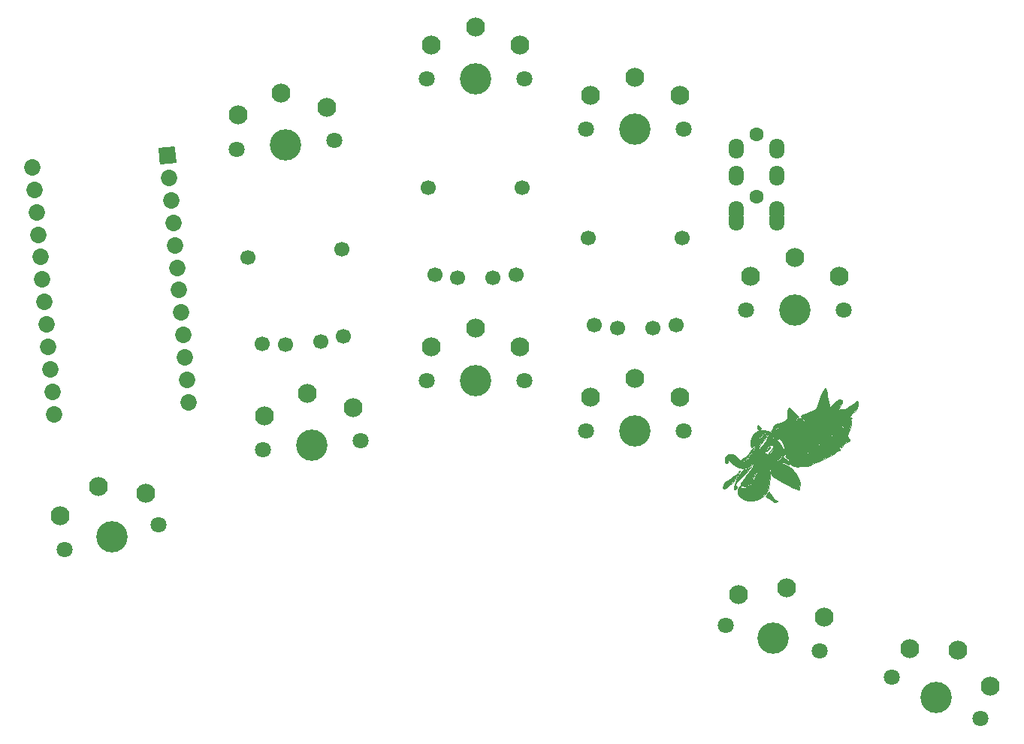
<source format=gbr>
%TF.GenerationSoftware,KiCad,Pcbnew,(5.1.10)-1*%
%TF.CreationDate,2021-07-20T22:45:32+02:00*%
%TF.ProjectId,metasepia_pfefferi_v2,6d657461-7365-4706-9961-5f7066656666,VERSION_HERE*%
%TF.SameCoordinates,Original*%
%TF.FileFunction,Soldermask,Top*%
%TF.FilePolarity,Negative*%
%FSLAX46Y46*%
G04 Gerber Fmt 4.6, Leading zero omitted, Abs format (unit mm)*
G04 Created by KiCad (PCBNEW (5.1.10)-1) date 2021-07-20 22:45:32*
%MOMM*%
%LPD*%
G01*
G04 APERTURE LIST*
%ADD10C,0.010000*%
%ADD11C,1.700000*%
%ADD12C,3.529000*%
%ADD13C,1.801800*%
%ADD14C,2.132000*%
%ADD15C,1.852600*%
%ADD16C,1.600000*%
%ADD17O,1.700000X2.300000*%
G04 APERTURE END LIST*
D10*
%TO.C,G\u002A\u002A\u002A*%
G36*
X108339673Y33387801D02*
G01*
X108452661Y33204518D01*
X108536949Y33062442D01*
X108783499Y32741954D01*
X109021993Y32589145D01*
X109235155Y32491804D01*
X109279976Y32411544D01*
X109156526Y32347799D01*
X109054693Y32325847D01*
X108857005Y32329754D01*
X108629501Y32423156D01*
X108361830Y32598445D01*
X108133052Y32771285D01*
X107970167Y32909026D01*
X107911430Y32976891D01*
X107947056Y33075380D01*
X108044391Y33227669D01*
X108161222Y33377229D01*
X108255336Y33467531D01*
X108281343Y33472250D01*
X108339673Y33387801D01*
G37*
X108339673Y33387801D02*
X108452661Y33204518D01*
X108536949Y33062442D01*
X108783499Y32741954D01*
X109021993Y32589145D01*
X109235155Y32491804D01*
X109279976Y32411544D01*
X109156526Y32347799D01*
X109054693Y32325847D01*
X108857005Y32329754D01*
X108629501Y32423156D01*
X108361830Y32598445D01*
X108133052Y32771285D01*
X107970167Y32909026D01*
X107911430Y32976891D01*
X107947056Y33075380D01*
X108044391Y33227669D01*
X108161222Y33377229D01*
X108255336Y33467531D01*
X108281343Y33472250D01*
X108339673Y33387801D01*
G36*
X107661184Y40445158D02*
G01*
X108130871Y40346802D01*
X108608647Y40094341D01*
X108911473Y39853928D01*
X109120701Y39657561D01*
X109264225Y39508356D01*
X109311349Y39438254D01*
X109311194Y39438007D01*
X109223029Y39443103D01*
X109038479Y39508769D01*
X108808400Y39611949D01*
X108583651Y39729589D01*
X108415088Y39838632D01*
X108399630Y39851248D01*
X108205610Y39940557D01*
X108048679Y39879984D01*
X107972719Y39702571D01*
X107902535Y39551941D01*
X107748741Y39350497D01*
X107656507Y39252420D01*
X107335510Y38833025D01*
X107162192Y38369281D01*
X107145944Y37889080D01*
X107163528Y37787994D01*
X107213224Y37559301D01*
X107234511Y37489835D01*
X107233022Y37572947D01*
X107221326Y37719765D01*
X107228620Y37862041D01*
X107781088Y37959456D01*
X107836510Y37805417D01*
X107891458Y37757926D01*
X108132972Y37678144D01*
X108393562Y37765025D01*
X108634305Y37973287D01*
X108803957Y38234051D01*
X108833795Y38476959D01*
X108721253Y38669905D01*
X108691826Y38692628D01*
X108483286Y38752288D01*
X108255251Y38648851D01*
X108066675Y38461360D01*
X107856270Y38171927D01*
X107781088Y37959456D01*
X107228620Y37862041D01*
X107244983Y38181154D01*
X107410272Y38578584D01*
X107705563Y38923739D01*
X107948307Y39196865D01*
X108056894Y39450466D01*
X108066584Y39523783D01*
X108123387Y39750137D01*
X108242892Y39820088D01*
X108416337Y39730747D01*
X108487128Y39662416D01*
X108647485Y39536213D01*
X108777200Y39498631D01*
X108969897Y39457658D01*
X109199857Y39302143D01*
X109427067Y39068221D01*
X109611515Y38792022D01*
X109651215Y38709359D01*
X109765738Y38474276D01*
X109867197Y38313523D01*
X109909064Y38274320D01*
X109975586Y38177022D01*
X110037473Y37976449D01*
X110050180Y37912590D01*
X110075149Y37696462D01*
X110035719Y37592448D01*
X109918223Y37550505D01*
X109712298Y37460997D01*
X109497046Y37289535D01*
X109317361Y37083168D01*
X109218139Y36888943D01*
X109212716Y36811178D01*
X109295607Y36765721D01*
X109491362Y36726202D01*
X109595118Y36714667D01*
X109879571Y36650448D01*
X110206185Y36494076D01*
X110567874Y36259573D01*
X110895114Y36015675D01*
X111124161Y35799770D01*
X111304660Y35557272D01*
X111466343Y35271728D01*
X111621685Y34962328D01*
X111708360Y34734974D01*
X111743210Y34525556D01*
X111743074Y34269963D01*
X111741160Y34225499D01*
X111718455Y33952991D01*
X111682868Y33753599D01*
X111653817Y33686023D01*
X111558025Y33701400D01*
X111343090Y33785646D01*
X111037236Y33924223D01*
X110668685Y34102590D01*
X110265663Y34306210D01*
X109856393Y34520543D01*
X109469098Y34731050D01*
X109132001Y34923193D01*
X108873326Y35082431D01*
X108721297Y35194225D01*
X108715732Y35199550D01*
X108569500Y35384593D01*
X108485726Y35618023D01*
X108447144Y35867284D01*
X108411974Y36109330D01*
X108374522Y36256843D01*
X108351742Y36280318D01*
X108337620Y36182534D01*
X108341907Y35961866D01*
X108363530Y35663638D01*
X108367240Y35624772D01*
X108381679Y35053937D01*
X108324985Y34466297D01*
X108206452Y33922844D01*
X108043499Y33500075D01*
X107748628Y33098011D01*
X107343755Y32779057D01*
X106868380Y32558294D01*
X106361998Y32450800D01*
X105864104Y32471655D01*
X105573556Y32557073D01*
X105232738Y32714264D01*
X105014902Y32866739D01*
X104879054Y33052032D01*
X104795568Y33269439D01*
X104754381Y33612092D01*
X104825198Y33884100D01*
X104926534Y34062802D01*
X105028834Y34149090D01*
X105097161Y34128087D01*
X105099966Y34001115D01*
X105137886Y33895356D01*
X105284093Y33865140D01*
X105501438Y33899281D01*
X105752769Y33986592D01*
X106000939Y34115889D01*
X106208796Y34275984D01*
X106280377Y34356538D01*
X106392782Y34531121D01*
X106535381Y34787660D01*
X106686973Y35082969D01*
X106826358Y35373859D01*
X106932336Y35617144D01*
X106983707Y35769637D01*
X106985147Y35792228D01*
X106938944Y35801139D01*
X106842996Y35692567D01*
X106719159Y35502478D01*
X106589295Y35266841D01*
X106475260Y35021620D01*
X106412155Y34849428D01*
X106248991Y34496105D01*
X106019687Y34231216D01*
X105754254Y34071394D01*
X105482705Y34033265D01*
X105235047Y34133461D01*
X105190235Y34172322D01*
X105122710Y34244307D01*
X105093681Y34317047D01*
X105115132Y34415586D01*
X105199054Y34564965D01*
X105357433Y34790226D01*
X105602256Y35116411D01*
X105710194Y35258540D01*
X106035809Y35697039D01*
X106267393Y36037921D01*
X106421341Y36311942D01*
X106514049Y36549856D01*
X106561914Y36782419D01*
X106571640Y36874440D01*
X106580699Y37014489D01*
X106562422Y37007808D01*
X106502501Y36847978D01*
X106500565Y36842575D01*
X106345903Y36570067D01*
X106081798Y36353733D01*
X105795565Y36211664D01*
X105387973Y36115939D01*
X104965181Y36171229D01*
X104517209Y36381025D01*
X104034071Y36748820D01*
X103896006Y36875946D01*
X103745760Y37012821D01*
X103677788Y37035274D01*
X103651902Y36945832D01*
X103645690Y36891683D01*
X103573373Y36731602D01*
X103445214Y36698329D01*
X103321227Y36795172D01*
X103285991Y36871850D01*
X103274471Y37164788D01*
X103412897Y37460407D01*
X103535628Y37598155D01*
X103690275Y37711729D01*
X103867542Y37746036D01*
X104063975Y37732005D01*
X104280376Y37683694D01*
X104472192Y37574560D01*
X104688903Y37372167D01*
X104802442Y37247966D01*
X105057822Y36985775D01*
X105261074Y36859411D01*
X105454147Y36863906D01*
X105678990Y36994293D01*
X105839856Y37125106D01*
X106012283Y37292750D01*
X106180754Y37505837D01*
X106367140Y37796604D01*
X106593314Y38197291D01*
X106692862Y38382488D01*
X106725339Y38544407D01*
X106665786Y38653119D01*
X106557633Y38666692D01*
X106473948Y38593863D01*
X106360785Y38479677D01*
X106277274Y38517809D01*
X106212816Y38715794D01*
X106198731Y38789485D01*
X106196486Y38967406D01*
X106855209Y39083556D01*
X106866080Y39078768D01*
X106961002Y39144570D01*
X107110274Y39297136D01*
X107161049Y39356223D01*
X107366986Y39565439D01*
X107635633Y39791464D01*
X107767464Y39888062D01*
X107956413Y40027670D01*
X108051521Y40117744D01*
X108042940Y40137964D01*
X107895196Y40071455D01*
X107671878Y39919911D01*
X107417128Y39718050D01*
X107175089Y39500593D01*
X107007293Y39323452D01*
X106890338Y39167213D01*
X106855209Y39083556D01*
X106196486Y38967406D01*
X106192714Y39266628D01*
X106340089Y39694324D01*
X106627271Y40051270D01*
X107040674Y40316169D01*
X107215949Y40384289D01*
X107661184Y40445158D01*
G37*
X107661184Y40445158D02*
X108130871Y40346802D01*
X108608647Y40094341D01*
X108911473Y39853928D01*
X109120701Y39657561D01*
X109264225Y39508356D01*
X109311349Y39438254D01*
X109311194Y39438007D01*
X109223029Y39443103D01*
X109038479Y39508769D01*
X108808400Y39611949D01*
X108583651Y39729589D01*
X108415088Y39838632D01*
X108399630Y39851248D01*
X108205610Y39940557D01*
X108048679Y39879984D01*
X107972719Y39702571D01*
X107902535Y39551941D01*
X107748741Y39350497D01*
X107656507Y39252420D01*
X107335510Y38833025D01*
X107162192Y38369281D01*
X107145944Y37889080D01*
X107163528Y37787994D01*
X107213224Y37559301D01*
X107234511Y37489835D01*
X107233022Y37572947D01*
X107221326Y37719765D01*
X107228620Y37862041D01*
X107781088Y37959456D01*
X107836510Y37805417D01*
X107891458Y37757926D01*
X108132972Y37678144D01*
X108393562Y37765025D01*
X108634305Y37973287D01*
X108803957Y38234051D01*
X108833795Y38476959D01*
X108721253Y38669905D01*
X108691826Y38692628D01*
X108483286Y38752288D01*
X108255251Y38648851D01*
X108066675Y38461360D01*
X107856270Y38171927D01*
X107781088Y37959456D01*
X107228620Y37862041D01*
X107244983Y38181154D01*
X107410272Y38578584D01*
X107705563Y38923739D01*
X107948307Y39196865D01*
X108056894Y39450466D01*
X108066584Y39523783D01*
X108123387Y39750137D01*
X108242892Y39820088D01*
X108416337Y39730747D01*
X108487128Y39662416D01*
X108647485Y39536213D01*
X108777200Y39498631D01*
X108969897Y39457658D01*
X109199857Y39302143D01*
X109427067Y39068221D01*
X109611515Y38792022D01*
X109651215Y38709359D01*
X109765738Y38474276D01*
X109867197Y38313523D01*
X109909064Y38274320D01*
X109975586Y38177022D01*
X110037473Y37976449D01*
X110050180Y37912590D01*
X110075149Y37696462D01*
X110035719Y37592448D01*
X109918223Y37550505D01*
X109712298Y37460997D01*
X109497046Y37289535D01*
X109317361Y37083168D01*
X109218139Y36888943D01*
X109212716Y36811178D01*
X109295607Y36765721D01*
X109491362Y36726202D01*
X109595118Y36714667D01*
X109879571Y36650448D01*
X110206185Y36494076D01*
X110567874Y36259573D01*
X110895114Y36015675D01*
X111124161Y35799770D01*
X111304660Y35557272D01*
X111466343Y35271728D01*
X111621685Y34962328D01*
X111708360Y34734974D01*
X111743210Y34525556D01*
X111743074Y34269963D01*
X111741160Y34225499D01*
X111718455Y33952991D01*
X111682868Y33753599D01*
X111653817Y33686023D01*
X111558025Y33701400D01*
X111343090Y33785646D01*
X111037236Y33924223D01*
X110668685Y34102590D01*
X110265663Y34306210D01*
X109856393Y34520543D01*
X109469098Y34731050D01*
X109132001Y34923193D01*
X108873326Y35082431D01*
X108721297Y35194225D01*
X108715732Y35199550D01*
X108569500Y35384593D01*
X108485726Y35618023D01*
X108447144Y35867284D01*
X108411974Y36109330D01*
X108374522Y36256843D01*
X108351742Y36280318D01*
X108337620Y36182534D01*
X108341907Y35961866D01*
X108363530Y35663638D01*
X108367240Y35624772D01*
X108381679Y35053937D01*
X108324985Y34466297D01*
X108206452Y33922844D01*
X108043499Y33500075D01*
X107748628Y33098011D01*
X107343755Y32779057D01*
X106868380Y32558294D01*
X106361998Y32450800D01*
X105864104Y32471655D01*
X105573556Y32557073D01*
X105232738Y32714264D01*
X105014902Y32866739D01*
X104879054Y33052032D01*
X104795568Y33269439D01*
X104754381Y33612092D01*
X104825198Y33884100D01*
X104926534Y34062802D01*
X105028834Y34149090D01*
X105097161Y34128087D01*
X105099966Y34001115D01*
X105137886Y33895356D01*
X105284093Y33865140D01*
X105501438Y33899281D01*
X105752769Y33986592D01*
X106000939Y34115889D01*
X106208796Y34275984D01*
X106280377Y34356538D01*
X106392782Y34531121D01*
X106535381Y34787660D01*
X106686973Y35082969D01*
X106826358Y35373859D01*
X106932336Y35617144D01*
X106983707Y35769637D01*
X106985147Y35792228D01*
X106938944Y35801139D01*
X106842996Y35692567D01*
X106719159Y35502478D01*
X106589295Y35266841D01*
X106475260Y35021620D01*
X106412155Y34849428D01*
X106248991Y34496105D01*
X106019687Y34231216D01*
X105754254Y34071394D01*
X105482705Y34033265D01*
X105235047Y34133461D01*
X105190235Y34172322D01*
X105122710Y34244307D01*
X105093681Y34317047D01*
X105115132Y34415586D01*
X105199054Y34564965D01*
X105357433Y34790226D01*
X105602256Y35116411D01*
X105710194Y35258540D01*
X106035809Y35697039D01*
X106267393Y36037921D01*
X106421341Y36311942D01*
X106514049Y36549856D01*
X106561914Y36782419D01*
X106571640Y36874440D01*
X106580699Y37014489D01*
X106562422Y37007808D01*
X106502501Y36847978D01*
X106500565Y36842575D01*
X106345903Y36570067D01*
X106081798Y36353733D01*
X105795565Y36211664D01*
X105387973Y36115939D01*
X104965181Y36171229D01*
X104517209Y36381025D01*
X104034071Y36748820D01*
X103896006Y36875946D01*
X103745760Y37012821D01*
X103677788Y37035274D01*
X103651902Y36945832D01*
X103645690Y36891683D01*
X103573373Y36731602D01*
X103445214Y36698329D01*
X103321227Y36795172D01*
X103285991Y36871850D01*
X103274471Y37164788D01*
X103412897Y37460407D01*
X103535628Y37598155D01*
X103690275Y37711729D01*
X103867542Y37746036D01*
X104063975Y37732005D01*
X104280376Y37683694D01*
X104472192Y37574560D01*
X104688903Y37372167D01*
X104802442Y37247966D01*
X105057822Y36985775D01*
X105261074Y36859411D01*
X105454147Y36863906D01*
X105678990Y36994293D01*
X105839856Y37125106D01*
X106012283Y37292750D01*
X106180754Y37505837D01*
X106367140Y37796604D01*
X106593314Y38197291D01*
X106692862Y38382488D01*
X106725339Y38544407D01*
X106665786Y38653119D01*
X106557633Y38666692D01*
X106473948Y38593863D01*
X106360785Y38479677D01*
X106277274Y38517809D01*
X106212816Y38715794D01*
X106198731Y38789485D01*
X106196486Y38967406D01*
X106855209Y39083556D01*
X106866080Y39078768D01*
X106961002Y39144570D01*
X107110274Y39297136D01*
X107161049Y39356223D01*
X107366986Y39565439D01*
X107635633Y39791464D01*
X107767464Y39888062D01*
X107956413Y40027670D01*
X108051521Y40117744D01*
X108042940Y40137964D01*
X107895196Y40071455D01*
X107671878Y39919911D01*
X107417128Y39718050D01*
X107175089Y39500593D01*
X107007293Y39323452D01*
X106890338Y39167213D01*
X106855209Y39083556D01*
X106196486Y38967406D01*
X106192714Y39266628D01*
X106340089Y39694324D01*
X106627271Y40051270D01*
X107040674Y40316169D01*
X107215949Y40384289D01*
X107661184Y40445158D01*
G36*
X106204922Y36182634D02*
G01*
X106061772Y36008538D01*
X105827512Y35756189D01*
X105513041Y35438011D01*
X105190021Y35124323D01*
X104843388Y34780114D01*
X104621311Y34527035D01*
X104514064Y34353053D01*
X104501870Y34273158D01*
X104561988Y34144638D01*
X104617412Y34122618D01*
X104668424Y34079857D01*
X104644899Y33957931D01*
X104568654Y33816928D01*
X104472312Y33722968D01*
X104361271Y33714848D01*
X104331481Y33776755D01*
X104347790Y34072602D01*
X104476804Y34473737D01*
X104712771Y34964443D01*
X104861735Y35226171D01*
X105063627Y35555616D01*
X105217313Y35769862D01*
X105355331Y35902556D01*
X105510213Y35987342D01*
X105644535Y36035700D01*
X105907747Y36129438D01*
X106122941Y36219982D01*
X106174300Y36246369D01*
X106246065Y36266051D01*
X106204922Y36182634D01*
G37*
X106204922Y36182634D02*
X106061772Y36008538D01*
X105827512Y35756189D01*
X105513041Y35438011D01*
X105190021Y35124323D01*
X104843388Y34780114D01*
X104621311Y34527035D01*
X104514064Y34353053D01*
X104501870Y34273158D01*
X104561988Y34144638D01*
X104617412Y34122618D01*
X104668424Y34079857D01*
X104644899Y33957931D01*
X104568654Y33816928D01*
X104472312Y33722968D01*
X104361271Y33714848D01*
X104331481Y33776755D01*
X104347790Y34072602D01*
X104476804Y34473737D01*
X104712771Y34964443D01*
X104861735Y35226171D01*
X105063627Y35555616D01*
X105217313Y35769862D01*
X105355331Y35902556D01*
X105510213Y35987342D01*
X105644535Y36035700D01*
X105907747Y36129438D01*
X106122941Y36219982D01*
X106174300Y36246369D01*
X106246065Y36266051D01*
X106204922Y36182634D01*
G36*
X104974435Y35746835D02*
G01*
X104865196Y35538836D01*
X104746451Y35323952D01*
X104453090Y34859645D01*
X104126780Y34485973D01*
X103851792Y34243089D01*
X103574417Y34018480D01*
X103398496Y33883074D01*
X103294210Y33819114D01*
X103231740Y33808836D01*
X103181268Y33834483D01*
X103174119Y33839469D01*
X103095857Y33985052D01*
X103110538Y34200031D01*
X103197482Y34428245D01*
X103336016Y34613530D01*
X103490023Y34697584D01*
X103657223Y34769536D01*
X103908449Y34926089D01*
X104202985Y35137330D01*
X104500117Y35373349D01*
X104759129Y35604230D01*
X104852363Y35698444D01*
X104963837Y35811856D01*
X105005922Y35832913D01*
X104974435Y35746835D01*
G37*
X104974435Y35746835D02*
X104865196Y35538836D01*
X104746451Y35323952D01*
X104453090Y34859645D01*
X104126780Y34485973D01*
X103851792Y34243089D01*
X103574417Y34018480D01*
X103398496Y33883074D01*
X103294210Y33819114D01*
X103231740Y33808836D01*
X103181268Y33834483D01*
X103174119Y33839469D01*
X103095857Y33985052D01*
X103110538Y34200031D01*
X103197482Y34428245D01*
X103336016Y34613530D01*
X103490023Y34697584D01*
X103657223Y34769536D01*
X103908449Y34926089D01*
X104202985Y35137330D01*
X104500117Y35373349D01*
X104759129Y35604230D01*
X104852363Y35698444D01*
X104963837Y35811856D01*
X105005922Y35832913D01*
X104974435Y35746835D01*
G36*
X114681471Y45102010D02*
G01*
X114738253Y44893989D01*
X114802153Y44583424D01*
X114858900Y44246336D01*
X114923860Y43856549D01*
X114989259Y43522906D01*
X115046783Y43284713D01*
X115082906Y43187194D01*
X115087631Y43089181D01*
X114988661Y42935565D01*
X114772350Y42707495D01*
X114654955Y42595898D01*
X114328179Y42290472D01*
X114113837Y42087967D01*
X114000434Y41975916D01*
X113976472Y41941854D01*
X114030454Y41973312D01*
X114150882Y42057825D01*
X114173836Y42074215D01*
X114351471Y42220610D01*
X114609832Y42458261D01*
X114914365Y42754391D01*
X115230514Y43076228D01*
X115232806Y43078619D01*
X115615323Y43462837D01*
X115911289Y43721743D01*
X116137064Y43864498D01*
X116309005Y43900263D01*
X116443471Y43838202D01*
X116493193Y43784551D01*
X116536345Y43695681D01*
X116524406Y43578022D01*
X116445358Y43400339D01*
X116287183Y43131397D01*
X116171012Y42947214D01*
X115984299Y42636140D01*
X115844021Y42366694D01*
X115769178Y42177360D01*
X115762925Y42120688D01*
X115792792Y42034611D01*
X115818787Y42114604D01*
X115819022Y42115860D01*
X115871412Y42284736D01*
X115961811Y42502047D01*
X116049392Y42656063D01*
X116163123Y42735067D01*
X116361439Y42769402D01*
X116493967Y42778371D01*
X116809348Y42821210D01*
X117017202Y42918486D01*
X117078076Y42971712D01*
X117261626Y43109465D01*
X117409601Y43170077D01*
X117567714Y43240009D01*
X117783918Y43384731D01*
X117890976Y43470366D01*
X118083910Y43615051D01*
X118224626Y43685264D01*
X118264665Y43681521D01*
X118292504Y43566044D01*
X118296977Y43350165D01*
X118292281Y43264688D01*
X118238799Y42997485D01*
X118100162Y42758127D01*
X117926492Y42563998D01*
X117727704Y42353828D01*
X117576127Y42178369D01*
X117521667Y42103182D01*
X117395340Y41985453D01*
X117254147Y41913851D01*
X117144392Y41868693D01*
X117184196Y41860822D01*
X117325074Y41877288D01*
X117540259Y41879042D01*
X117601750Y41816739D01*
X117505575Y41705416D01*
X117389824Y41631962D01*
X117210240Y41517654D01*
X117172991Y41462394D01*
X117279239Y41477583D01*
X117377591Y41511734D01*
X117528337Y41550545D01*
X117572363Y41488826D01*
X117568728Y41426048D01*
X117549083Y41215679D01*
X117534670Y41013600D01*
X117476626Y40763635D01*
X117362981Y40523645D01*
X117200513Y40164701D01*
X117158850Y39807188D01*
X117243709Y39502397D01*
X117248286Y39494575D01*
X117350844Y39312563D01*
X117356911Y39227084D01*
X117255698Y39188633D01*
X117178576Y39174592D01*
X116993189Y39080451D01*
X116774740Y38878590D01*
X116686692Y38773539D01*
X116491296Y38553033D01*
X116349824Y38479995D01*
X116239398Y38550975D01*
X116163968Y38694785D01*
X116143707Y38721623D01*
X116167224Y38610737D01*
X116196788Y38501787D01*
X116296706Y38148674D01*
X116021851Y38234515D01*
X115802469Y38287359D01*
X115645021Y38298525D01*
X115639293Y38297488D01*
X115635356Y38266759D01*
X115765004Y38220763D01*
X115799622Y38212290D01*
X116067654Y38149959D01*
X115883604Y37979791D01*
X115665084Y37815299D01*
X115333049Y37609432D01*
X114930728Y37384886D01*
X114501350Y37164354D01*
X114088144Y36970530D01*
X113734340Y36826109D01*
X113602435Y36782216D01*
X113292493Y36677835D01*
X113024601Y36565843D01*
X112880904Y36486034D01*
X112628902Y36380349D01*
X112471103Y36372253D01*
X112258192Y36373837D01*
X111966191Y36349452D01*
X111815368Y36328943D01*
X111492168Y36305176D01*
X111179746Y36324155D01*
X111069863Y36346264D01*
X110849530Y36435713D01*
X110722839Y36586684D01*
X110657696Y36756031D01*
X110625492Y36814930D01*
X113595759Y37338668D01*
X113624587Y37298766D01*
X113681482Y37246875D01*
X113877746Y37147178D01*
X114047152Y37185608D01*
X114141485Y37347367D01*
X114146867Y37389725D01*
X114135573Y37593254D01*
X114099904Y37703843D01*
X114066284Y37707365D01*
X114070999Y37577581D01*
X114071957Y37570947D01*
X114048781Y37351186D01*
X113921728Y37244542D01*
X113722848Y37276104D01*
X113706195Y37284601D01*
X113595759Y37338668D01*
X110625492Y36814930D01*
X110472139Y37095395D01*
X110281447Y37280253D01*
X110171965Y37374727D01*
X112454471Y37777194D01*
X112481222Y37747198D01*
X112486438Y37748016D01*
X112658873Y37822872D01*
X112720478Y37869315D01*
X112799824Y37967458D01*
X112761495Y37989360D01*
X112639336Y37934382D01*
X112550457Y37872524D01*
X112454471Y37777194D01*
X110171965Y37374727D01*
X110134519Y37407039D01*
X110091096Y37486912D01*
X110107224Y37497859D01*
X110152909Y37584097D01*
X110149747Y37791273D01*
X110125300Y37946928D01*
X113728990Y38582356D01*
X113769216Y38580217D01*
X113889159Y38654575D01*
X113938908Y38720904D01*
X113962488Y38850186D01*
X113866561Y38935330D01*
X113728075Y38976959D01*
X113675574Y38956047D01*
X113694426Y38908495D01*
X113728725Y38910182D01*
X113823234Y38867313D01*
X113844343Y38748713D01*
X113779661Y38636608D01*
X113770849Y38630656D01*
X113728990Y38582356D01*
X110125300Y37946928D01*
X110104349Y38080332D01*
X110023331Y38412219D01*
X109992603Y38505960D01*
X114908106Y39372696D01*
X115191667Y39606191D01*
X115362255Y39764478D01*
X115406620Y39868030D01*
X115359008Y39938284D01*
X115211626Y40014640D01*
X115148997Y40019025D01*
X115131315Y39979687D01*
X115194552Y39942270D01*
X115267978Y39883155D01*
X115238048Y39781752D01*
X115121001Y39628032D01*
X114908106Y39372696D01*
X109992603Y38505960D01*
X109913304Y38747877D01*
X109882011Y38827878D01*
X109823530Y38936710D01*
X114651990Y39788098D01*
X114707691Y39777941D01*
X114878744Y39848699D01*
X114944388Y39898291D01*
X114998850Y39972366D01*
X114936836Y39969571D01*
X114789798Y39895453D01*
X114735937Y39861536D01*
X114651990Y39788098D01*
X109823530Y38936710D01*
X109726347Y39117561D01*
X109625393Y39243248D01*
X116335218Y40426371D01*
X116445068Y40502400D01*
X116592702Y40637123D01*
X116653169Y40725506D01*
X116623442Y40833230D01*
X116492280Y40909092D01*
X116355277Y40916893D01*
X116352117Y40881663D01*
X116435697Y40840739D01*
X116540631Y40786712D01*
X116532091Y40707050D01*
X116438497Y40581074D01*
X116332822Y40446448D01*
X116335218Y40426371D01*
X109625393Y39243248D01*
X109477902Y39426871D01*
X109114754Y39784734D01*
X108511414Y40338000D01*
X108527846Y40368417D01*
X109045240Y40459647D01*
X109128228Y40523693D01*
X109201121Y40597164D01*
X109376768Y40752585D01*
X109519597Y40793079D01*
X109615874Y40772703D01*
X109790443Y40730061D01*
X109870746Y40726569D01*
X109849399Y40759380D01*
X109707304Y40818926D01*
X109686665Y40825953D01*
X109424909Y40853269D01*
X109212267Y40731259D01*
X109066359Y40526566D01*
X109045240Y40459647D01*
X108527846Y40368417D01*
X108701518Y40689888D01*
X108849804Y40920605D01*
X109022568Y41059295D01*
X109290333Y41161790D01*
X109302106Y41165352D01*
X109632812Y41292564D01*
X109963155Y41461175D01*
X110052872Y41517261D01*
X110258312Y41668999D01*
X110355131Y41807306D01*
X110379346Y42003882D01*
X110374960Y42158431D01*
X110376853Y42554808D01*
X110419299Y42834673D01*
X110498301Y42976195D01*
X110526961Y42988155D01*
X110635009Y42940652D01*
X110782136Y42805546D01*
X110788860Y42797910D01*
X110956461Y42612037D01*
X111173996Y42378628D01*
X111271782Y42275881D01*
X111576050Y41958775D01*
X111449628Y41722886D01*
X111351937Y41462073D01*
X111312586Y41232291D01*
X111247472Y40983544D01*
X111118256Y40772199D01*
X111016682Y40638904D01*
X111008099Y40580916D01*
X111016248Y40581219D01*
X111142778Y40677969D01*
X111163877Y40713776D01*
X116811609Y41709624D01*
X116895922Y41710723D01*
X117001364Y41745123D01*
X116997636Y41773813D01*
X116882531Y41774040D01*
X116836663Y41752217D01*
X116811609Y41709624D01*
X111163877Y40713776D01*
X111271183Y40895883D01*
X111377825Y41188726D01*
X111419590Y41370210D01*
X111515708Y41667060D01*
X111662442Y41806142D01*
X111850061Y41784055D01*
X112068833Y41597398D01*
X112069024Y41597173D01*
X112247796Y41424084D01*
X112411755Y41321423D01*
X112442121Y41312956D01*
X112541003Y41304270D01*
X112486847Y41347636D01*
X112446554Y41370539D01*
X112299753Y41486119D01*
X112116308Y41671907D01*
X112068032Y41727292D01*
X111835849Y42002172D01*
X112089682Y42182466D01*
X112337569Y42311758D01*
X112643777Y42412661D01*
X112731112Y42431105D01*
X113094069Y42530660D01*
X113381821Y42701566D01*
X113614534Y42967633D01*
X113812375Y43352668D01*
X113995512Y43880479D01*
X114015290Y43947132D01*
X114159417Y44378825D01*
X114315237Y44744577D01*
X114467659Y45014710D01*
X114601591Y45159543D01*
X114639523Y45174848D01*
X114681471Y45102010D01*
G37*
X114681471Y45102010D02*
X114738253Y44893989D01*
X114802153Y44583424D01*
X114858900Y44246336D01*
X114923860Y43856549D01*
X114989259Y43522906D01*
X115046783Y43284713D01*
X115082906Y43187194D01*
X115087631Y43089181D01*
X114988661Y42935565D01*
X114772350Y42707495D01*
X114654955Y42595898D01*
X114328179Y42290472D01*
X114113837Y42087967D01*
X114000434Y41975916D01*
X113976472Y41941854D01*
X114030454Y41973312D01*
X114150882Y42057825D01*
X114173836Y42074215D01*
X114351471Y42220610D01*
X114609832Y42458261D01*
X114914365Y42754391D01*
X115230514Y43076228D01*
X115232806Y43078619D01*
X115615323Y43462837D01*
X115911289Y43721743D01*
X116137064Y43864498D01*
X116309005Y43900263D01*
X116443471Y43838202D01*
X116493193Y43784551D01*
X116536345Y43695681D01*
X116524406Y43578022D01*
X116445358Y43400339D01*
X116287183Y43131397D01*
X116171012Y42947214D01*
X115984299Y42636140D01*
X115844021Y42366694D01*
X115769178Y42177360D01*
X115762925Y42120688D01*
X115792792Y42034611D01*
X115818787Y42114604D01*
X115819022Y42115860D01*
X115871412Y42284736D01*
X115961811Y42502047D01*
X116049392Y42656063D01*
X116163123Y42735067D01*
X116361439Y42769402D01*
X116493967Y42778371D01*
X116809348Y42821210D01*
X117017202Y42918486D01*
X117078076Y42971712D01*
X117261626Y43109465D01*
X117409601Y43170077D01*
X117567714Y43240009D01*
X117783918Y43384731D01*
X117890976Y43470366D01*
X118083910Y43615051D01*
X118224626Y43685264D01*
X118264665Y43681521D01*
X118292504Y43566044D01*
X118296977Y43350165D01*
X118292281Y43264688D01*
X118238799Y42997485D01*
X118100162Y42758127D01*
X117926492Y42563998D01*
X117727704Y42353828D01*
X117576127Y42178369D01*
X117521667Y42103182D01*
X117395340Y41985453D01*
X117254147Y41913851D01*
X117144392Y41868693D01*
X117184196Y41860822D01*
X117325074Y41877288D01*
X117540259Y41879042D01*
X117601750Y41816739D01*
X117505575Y41705416D01*
X117389824Y41631962D01*
X117210240Y41517654D01*
X117172991Y41462394D01*
X117279239Y41477583D01*
X117377591Y41511734D01*
X117528337Y41550545D01*
X117572363Y41488826D01*
X117568728Y41426048D01*
X117549083Y41215679D01*
X117534670Y41013600D01*
X117476626Y40763635D01*
X117362981Y40523645D01*
X117200513Y40164701D01*
X117158850Y39807188D01*
X117243709Y39502397D01*
X117248286Y39494575D01*
X117350844Y39312563D01*
X117356911Y39227084D01*
X117255698Y39188633D01*
X117178576Y39174592D01*
X116993189Y39080451D01*
X116774740Y38878590D01*
X116686692Y38773539D01*
X116491296Y38553033D01*
X116349824Y38479995D01*
X116239398Y38550975D01*
X116163968Y38694785D01*
X116143707Y38721623D01*
X116167224Y38610737D01*
X116196788Y38501787D01*
X116296706Y38148674D01*
X116021851Y38234515D01*
X115802469Y38287359D01*
X115645021Y38298525D01*
X115639293Y38297488D01*
X115635356Y38266759D01*
X115765004Y38220763D01*
X115799622Y38212290D01*
X116067654Y38149959D01*
X115883604Y37979791D01*
X115665084Y37815299D01*
X115333049Y37609432D01*
X114930728Y37384886D01*
X114501350Y37164354D01*
X114088144Y36970530D01*
X113734340Y36826109D01*
X113602435Y36782216D01*
X113292493Y36677835D01*
X113024601Y36565843D01*
X112880904Y36486034D01*
X112628902Y36380349D01*
X112471103Y36372253D01*
X112258192Y36373837D01*
X111966191Y36349452D01*
X111815368Y36328943D01*
X111492168Y36305176D01*
X111179746Y36324155D01*
X111069863Y36346264D01*
X110849530Y36435713D01*
X110722839Y36586684D01*
X110657696Y36756031D01*
X110625492Y36814930D01*
X113595759Y37338668D01*
X113624587Y37298766D01*
X113681482Y37246875D01*
X113877746Y37147178D01*
X114047152Y37185608D01*
X114141485Y37347367D01*
X114146867Y37389725D01*
X114135573Y37593254D01*
X114099904Y37703843D01*
X114066284Y37707365D01*
X114070999Y37577581D01*
X114071957Y37570947D01*
X114048781Y37351186D01*
X113921728Y37244542D01*
X113722848Y37276104D01*
X113706195Y37284601D01*
X113595759Y37338668D01*
X110625492Y36814930D01*
X110472139Y37095395D01*
X110281447Y37280253D01*
X110171965Y37374727D01*
X112454471Y37777194D01*
X112481222Y37747198D01*
X112486438Y37748016D01*
X112658873Y37822872D01*
X112720478Y37869315D01*
X112799824Y37967458D01*
X112761495Y37989360D01*
X112639336Y37934382D01*
X112550457Y37872524D01*
X112454471Y37777194D01*
X110171965Y37374727D01*
X110134519Y37407039D01*
X110091096Y37486912D01*
X110107224Y37497859D01*
X110152909Y37584097D01*
X110149747Y37791273D01*
X110125300Y37946928D01*
X113728990Y38582356D01*
X113769216Y38580217D01*
X113889159Y38654575D01*
X113938908Y38720904D01*
X113962488Y38850186D01*
X113866561Y38935330D01*
X113728075Y38976959D01*
X113675574Y38956047D01*
X113694426Y38908495D01*
X113728725Y38910182D01*
X113823234Y38867313D01*
X113844343Y38748713D01*
X113779661Y38636608D01*
X113770849Y38630656D01*
X113728990Y38582356D01*
X110125300Y37946928D01*
X110104349Y38080332D01*
X110023331Y38412219D01*
X109992603Y38505960D01*
X114908106Y39372696D01*
X115191667Y39606191D01*
X115362255Y39764478D01*
X115406620Y39868030D01*
X115359008Y39938284D01*
X115211626Y40014640D01*
X115148997Y40019025D01*
X115131315Y39979687D01*
X115194552Y39942270D01*
X115267978Y39883155D01*
X115238048Y39781752D01*
X115121001Y39628032D01*
X114908106Y39372696D01*
X109992603Y38505960D01*
X109913304Y38747877D01*
X109882011Y38827878D01*
X109823530Y38936710D01*
X114651990Y39788098D01*
X114707691Y39777941D01*
X114878744Y39848699D01*
X114944388Y39898291D01*
X114998850Y39972366D01*
X114936836Y39969571D01*
X114789798Y39895453D01*
X114735937Y39861536D01*
X114651990Y39788098D01*
X109823530Y38936710D01*
X109726347Y39117561D01*
X109625393Y39243248D01*
X116335218Y40426371D01*
X116445068Y40502400D01*
X116592702Y40637123D01*
X116653169Y40725506D01*
X116623442Y40833230D01*
X116492280Y40909092D01*
X116355277Y40916893D01*
X116352117Y40881663D01*
X116435697Y40840739D01*
X116540631Y40786712D01*
X116532091Y40707050D01*
X116438497Y40581074D01*
X116332822Y40446448D01*
X116335218Y40426371D01*
X109625393Y39243248D01*
X109477902Y39426871D01*
X109114754Y39784734D01*
X108511414Y40338000D01*
X108527846Y40368417D01*
X109045240Y40459647D01*
X109128228Y40523693D01*
X109201121Y40597164D01*
X109376768Y40752585D01*
X109519597Y40793079D01*
X109615874Y40772703D01*
X109790443Y40730061D01*
X109870746Y40726569D01*
X109849399Y40759380D01*
X109707304Y40818926D01*
X109686665Y40825953D01*
X109424909Y40853269D01*
X109212267Y40731259D01*
X109066359Y40526566D01*
X109045240Y40459647D01*
X108527846Y40368417D01*
X108701518Y40689888D01*
X108849804Y40920605D01*
X109022568Y41059295D01*
X109290333Y41161790D01*
X109302106Y41165352D01*
X109632812Y41292564D01*
X109963155Y41461175D01*
X110052872Y41517261D01*
X110258312Y41668999D01*
X110355131Y41807306D01*
X110379346Y42003882D01*
X110374960Y42158431D01*
X110376853Y42554808D01*
X110419299Y42834673D01*
X110498301Y42976195D01*
X110526961Y42988155D01*
X110635009Y42940652D01*
X110782136Y42805546D01*
X110788860Y42797910D01*
X110956461Y42612037D01*
X111173996Y42378628D01*
X111271782Y42275881D01*
X111576050Y41958775D01*
X111449628Y41722886D01*
X111351937Y41462073D01*
X111312586Y41232291D01*
X111247472Y40983544D01*
X111118256Y40772199D01*
X111016682Y40638904D01*
X111008099Y40580916D01*
X111016248Y40581219D01*
X111142778Y40677969D01*
X111163877Y40713776D01*
X116811609Y41709624D01*
X116895922Y41710723D01*
X117001364Y41745123D01*
X116997636Y41773813D01*
X116882531Y41774040D01*
X116836663Y41752217D01*
X116811609Y41709624D01*
X111163877Y40713776D01*
X111271183Y40895883D01*
X111377825Y41188726D01*
X111419590Y41370210D01*
X111515708Y41667060D01*
X111662442Y41806142D01*
X111850061Y41784055D01*
X112068833Y41597398D01*
X112069024Y41597173D01*
X112247796Y41424084D01*
X112411755Y41321423D01*
X112442121Y41312956D01*
X112541003Y41304270D01*
X112486847Y41347636D01*
X112446554Y41370539D01*
X112299753Y41486119D01*
X112116308Y41671907D01*
X112068032Y41727292D01*
X111835849Y42002172D01*
X112089682Y42182466D01*
X112337569Y42311758D01*
X112643777Y42412661D01*
X112731112Y42431105D01*
X113094069Y42530660D01*
X113381821Y42701566D01*
X113614534Y42967633D01*
X113812375Y43352668D01*
X113995512Y43880479D01*
X114015290Y43947132D01*
X114159417Y44378825D01*
X114315237Y44744577D01*
X114467659Y45014710D01*
X114601591Y45159543D01*
X114639523Y45174848D01*
X114681471Y45102010D01*
G36*
X110013845Y37284078D02*
G01*
X110245156Y37137225D01*
X110460099Y36946276D01*
X110571185Y36767968D01*
X110581218Y36631561D01*
X110493001Y36566312D01*
X110309334Y36601480D01*
X110199088Y36656257D01*
X109967108Y36747023D01*
X109676634Y36809436D01*
X109612881Y36816621D01*
X109250863Y36848744D01*
X109464971Y37092141D01*
X109655107Y37278879D01*
X109820830Y37341862D01*
X110013845Y37284078D01*
G37*
X110013845Y37284078D02*
X110245156Y37137225D01*
X110460099Y36946276D01*
X110571185Y36767968D01*
X110581218Y36631561D01*
X110493001Y36566312D01*
X110309334Y36601480D01*
X110199088Y36656257D01*
X109967108Y36747023D01*
X109676634Y36809436D01*
X109612881Y36816621D01*
X109250863Y36848744D01*
X109464971Y37092141D01*
X109655107Y37278879D01*
X109820830Y37341862D01*
X110013845Y37284078D01*
G36*
X106586122Y38481113D02*
G01*
X106557787Y38419507D01*
X106275270Y37880379D01*
X106017965Y37480416D01*
X105818676Y37253772D01*
X105623492Y37117641D01*
X105411015Y37022611D01*
X105231866Y36984950D01*
X105136671Y37020931D01*
X105132824Y37033331D01*
X105190936Y37114710D01*
X105349323Y37230269D01*
X105389577Y37254232D01*
X105589298Y37405544D01*
X105827339Y37636844D01*
X105997096Y37831324D01*
X106200418Y38080625D01*
X106381740Y38295665D01*
X106481049Y38407317D01*
X106580490Y38505921D01*
X106586122Y38481113D01*
G37*
X106586122Y38481113D02*
X106557787Y38419507D01*
X106275270Y37880379D01*
X106017965Y37480416D01*
X105818676Y37253772D01*
X105623492Y37117641D01*
X105411015Y37022611D01*
X105231866Y36984950D01*
X105136671Y37020931D01*
X105132824Y37033331D01*
X105190936Y37114710D01*
X105349323Y37230269D01*
X105389577Y37254232D01*
X105589298Y37405544D01*
X105827339Y37636844D01*
X105997096Y37831324D01*
X106200418Y38080625D01*
X106381740Y38295665D01*
X106481049Y38407317D01*
X106580490Y38505921D01*
X106586122Y38481113D01*
G36*
X107145859Y40915597D02*
G01*
X107214022Y40855200D01*
X107377783Y40685922D01*
X107400889Y40586073D01*
X107280871Y40527208D01*
X107183793Y40507263D01*
X107008468Y40491589D01*
X106947130Y40559623D01*
X106946641Y40701871D01*
X106971373Y40920355D01*
X107028160Y40986081D01*
X107145859Y40915597D01*
G37*
X107145859Y40915597D02*
X107214022Y40855200D01*
X107377783Y40685922D01*
X107400889Y40586073D01*
X107280871Y40527208D01*
X107183793Y40507263D01*
X107008468Y40491589D01*
X106947130Y40559623D01*
X106946641Y40701871D01*
X106971373Y40920355D01*
X107028160Y40986081D01*
X107145859Y40915597D01*
G36*
X108743395Y38461928D02*
G01*
X108745422Y38453187D01*
X108705521Y38260261D01*
X108522618Y38028683D01*
X108338116Y37870671D01*
X108210917Y37780139D01*
X108193334Y37798762D01*
X108236528Y37881368D01*
X108376134Y38046846D01*
X108463456Y38109294D01*
X108594716Y38243980D01*
X108659424Y38383603D01*
X108708321Y38504597D01*
X108743395Y38461928D01*
G37*
X108743395Y38461928D02*
X108745422Y38453187D01*
X108705521Y38260261D01*
X108522618Y38028683D01*
X108338116Y37870671D01*
X108210917Y37780139D01*
X108193334Y37798762D01*
X108236528Y37881368D01*
X108376134Y38046846D01*
X108463456Y38109294D01*
X108594716Y38243980D01*
X108659424Y38383603D01*
X108708321Y38504597D01*
X108743395Y38461928D01*
G36*
X108418812Y38596254D02*
G01*
X108425736Y38492566D01*
X108372090Y38367664D01*
X108256113Y38222819D01*
X108120429Y38098034D01*
X108007664Y38033313D01*
X107961406Y38056797D01*
X108002664Y38161653D01*
X108116026Y38330071D01*
X108257807Y38502061D01*
X108352937Y38594410D01*
X108418812Y38596254D01*
G37*
X108418812Y38596254D02*
X108425736Y38492566D01*
X108372090Y38367664D01*
X108256113Y38222819D01*
X108120429Y38098034D01*
X108007664Y38033313D01*
X107961406Y38056797D01*
X108002664Y38161653D01*
X108116026Y38330071D01*
X108257807Y38502061D01*
X108352937Y38594410D01*
X108418812Y38596254D01*
%TD*%
D11*
%TO.C,S6*%
X80494181Y67773257D03*
X69894181Y67773257D03*
X70614181Y57923257D03*
X77194181Y57623257D03*
X79774181Y57923257D03*
X73194181Y57623257D03*
%TD*%
D12*
%TO.C,S1*%
X34204932Y28366167D03*
D13*
X39517524Y29789672D03*
X28892340Y26942662D03*
D14*
X38051049Y33330780D03*
X32677900Y34065129D03*
X28391790Y30742590D03*
X32677900Y34065129D03*
%TD*%
D12*
%TO.C,S2*%
X56760365Y38722194D03*
D13*
X62239436Y39201551D03*
X51281294Y38242837D03*
D14*
X61410147Y42943513D03*
X56246146Y44599743D03*
X51448200Y42071955D03*
X56246146Y44599743D03*
%TD*%
D11*
%TO.C,S3*%
X60144559Y60851355D03*
X49584895Y59927504D03*
X51160640Y50177739D03*
X57741747Y50452365D03*
X60285783Y50976085D03*
X53756969Y50103742D03*
%TD*%
D12*
%TO.C,S4*%
X53797069Y72592816D03*
D13*
X59276140Y73072173D03*
X48317998Y72113459D03*
D14*
X58446851Y76814135D03*
X53282850Y78470365D03*
X48484904Y75942577D03*
X53282850Y78470365D03*
%TD*%
D12*
%TO.C,S5*%
X75194181Y46023257D03*
D13*
X80694181Y46023257D03*
X69694181Y46023257D03*
D14*
X80194181Y49823257D03*
X75194181Y51923257D03*
X70194181Y49823257D03*
X75194181Y51923257D03*
%TD*%
D12*
%TO.C,S7*%
X75194181Y80023257D03*
D13*
X80694181Y80023257D03*
X69694181Y80023257D03*
D14*
X80194181Y83823257D03*
X75194181Y85923257D03*
X70194181Y83823257D03*
X75194181Y85923257D03*
%TD*%
D12*
%TO.C,S8*%
X93194181Y40356591D03*
D13*
X98694181Y40356591D03*
X87694181Y40356591D03*
D14*
X98194181Y44156591D03*
X93194181Y46256591D03*
X88194181Y44156591D03*
X93194181Y46256591D03*
%TD*%
D11*
%TO.C,S9*%
X98494181Y62106591D03*
X87894181Y62106591D03*
X88614181Y52256591D03*
X95194181Y51956591D03*
X97774181Y52256591D03*
X91194181Y51956591D03*
%TD*%
D12*
%TO.C,S10*%
X93194181Y74356591D03*
D13*
X98694181Y74356591D03*
X87694181Y74356591D03*
D14*
X98194181Y78156591D03*
X93194181Y80256591D03*
X88194181Y78156591D03*
X93194181Y80256591D03*
%TD*%
D12*
%TO.C,S11*%
X111194181Y53956591D03*
D13*
X116694181Y53956591D03*
X105694181Y53956591D03*
D14*
X116194181Y57756591D03*
X111194181Y59856591D03*
X106194181Y57756591D03*
X111194181Y59856591D03*
%TD*%
D12*
%TO.C,S12*%
X108694181Y16956590D03*
D13*
X114006773Y15533085D03*
X103381589Y18380095D03*
D14*
X114507323Y19333013D03*
X110221213Y22655552D03*
X104848064Y21921203D03*
X110221213Y22655552D03*
%TD*%
D12*
%TO.C,S13*%
X127100376Y10257284D03*
D13*
X132085069Y7932884D03*
X122115683Y12581684D03*
D14*
X133237864Y11588162D03*
X129593824Y15604500D03*
X124174786Y15814345D03*
X129593824Y15604500D03*
%TD*%
%TO.C,MCU1*%
G36*
G01*
X39516901Y72243187D02*
X41262832Y72395936D01*
G75*
G02*
X41317000Y72350484I4358J-49810D01*
G01*
X41469749Y70604553D01*
G75*
G02*
X41424297Y70550385I-49810J-4358D01*
G01*
X39678366Y70397636D01*
G75*
G02*
X39624198Y70443088I-4358J49810D01*
G01*
X39471449Y72189019D01*
G75*
G02*
X39516901Y72243187I49810J4358D01*
G01*
G37*
D15*
X40691974Y68866451D03*
X40913350Y66336117D03*
X41134726Y63805782D03*
X41356101Y61275448D03*
X41577477Y58745113D03*
X41798852Y56214778D03*
X42020228Y53684444D03*
X42241604Y51154109D03*
X42462979Y48623775D03*
X42684355Y46093440D03*
X42905730Y43563106D03*
X25288592Y70068532D03*
X25509967Y67538198D03*
X25731343Y65007863D03*
X25952718Y62477529D03*
X26174094Y59947194D03*
X26395470Y57416860D03*
X26616845Y54886525D03*
X26838221Y52356190D03*
X27059596Y49825856D03*
X27280972Y47295521D03*
X27502348Y44765187D03*
X27723723Y42234852D03*
%TD*%
D16*
%TO.C,REF\u002A\u002A*%
X106894182Y66756591D03*
X106894182Y73756591D03*
D17*
X109194182Y64056591D03*
X104594182Y65156591D03*
X104594182Y69156591D03*
X104594182Y72156591D03*
X104594182Y64056591D03*
X109194182Y65156591D03*
X109194182Y69156591D03*
X109194182Y72156591D03*
%TD*%
M02*

</source>
